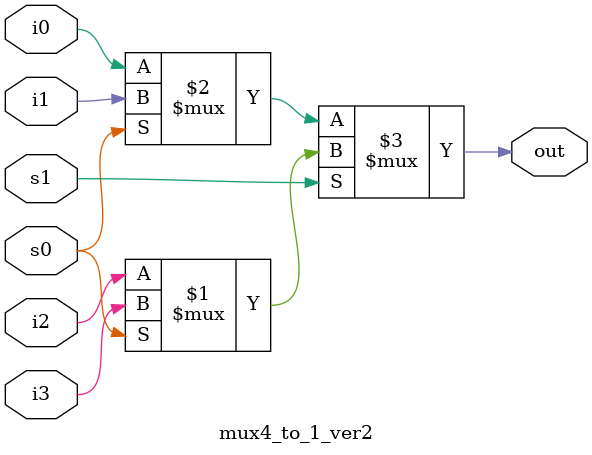
<source format=v>
`timescale 1ns / 1ps


module mux4_to_1(out, i0, i1, i2, i3, s1, s0);
output out;
input i0, i1, i2, i3;
input s1, s0;

assign out = (~s1 & ~s0 & i0)|  //00
            (~s1 & s0 & i1)|    //01
            (s1 & ~s0 & i2)|    //10
            (s1 & s0 & i3);     //11

endmodule


module mux4_to_1_ver2(out, i0, i1, i2, i3, s1, s0);
output out;
input i0, i1, i2, i3;
input s1, s0;

assign out = s1 ? (s0?i3:i2):(s0?i1:i0);
endmodule
</source>
